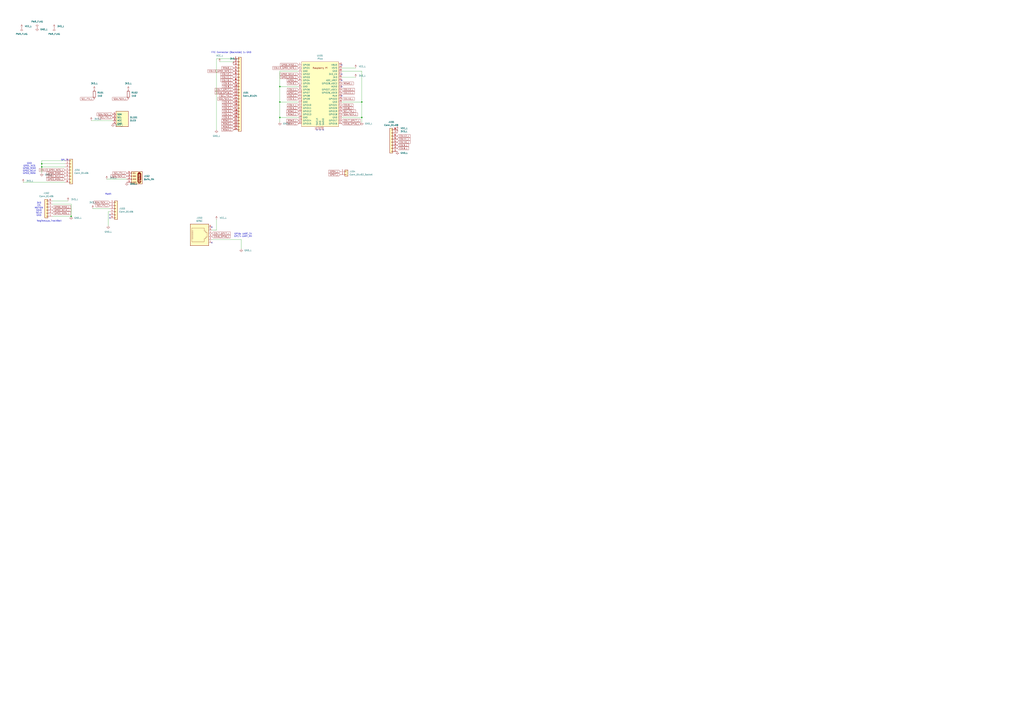
<source format=kicad_sch>
(kicad_sch (version 20250114) (generator "eeschema") (generator_version "9.0")
  (paper "A1")
  (lib_symbols
    (symbol "BrownSugar_KBD:OLED" (pin_names (offset 1.016))
      (property "Reference" "OL" (at 0 7.62 0))
      (property "Value" "OLED" (at 0 -7.62 0))
      (symbol "OLED_0_1"
        (rectangle (start -5.08 6.35) (end 5.08 -6.35) (stroke (width 0.254)) (fill (type background)))
      )
      (symbol "OLED_1_1"
        (pin bidirectional line (at -7.62 3.81 0) (length 2.54) (name "SDA") (number "1"))
        (pin bidirectional line (at -7.62 1.27 0) (length 2.54) (name "SCL") (number "2"))
        (pin power_in line (at -7.62 -1.27 0) (length 2.54) (name "VCC") (number "3"))
        (pin power_in line (at -7.62 -3.81 0) (length 2.54) (name "GND") (number "4"))
      )
    )
    (symbol "Connector:6P6C" (pin_names (offset 1.016))
      (property "Reference" "J" (at -5.08 11.43 0))
      (property "Value" "6P6C" (at 2.54 11.43 0))
      (symbol "6P6C_0_1"
        (polyline (pts (xy -6.35 3.175) (xy -5.08 3.175) (xy -5.08 3.175)))
        (polyline (pts (xy -6.35 1.905) (xy -5.08 1.905) (xy -5.08 1.905)))
        (polyline (pts (xy -6.35 0.635) (xy -5.08 0.635) (xy -5.08 0.635)))
        (polyline (pts (xy -6.35 -0.635) (xy -5.08 -0.635) (xy -5.08 -0.635)))
        (polyline (pts (xy -6.35 -1.905) (xy -5.08 -1.905) (xy -5.08 -1.905)))
        (polyline (pts (xy -6.35 -4.445) (xy -6.35 6.985) (xy 3.81 6.985) (xy 3.81 4.445) (xy 5.08 4.445) (xy 5.08 3.175) (xy 6.35 3.175) (xy 6.35 -0.635) (xy 5.08 -0.635) (xy 5.08 -1.905) (xy 3.81 -1.905) (xy 3.81 -4.445) (xy -6.35 -4.445) (xy -6.35 -4.445)))
        (polyline (pts (xy -5.08 4.445) (xy -6.35 4.445) (xy -6.35 4.445)))
        (rectangle (start 7.62 10.16) (end -7.62 -7.62) (stroke (width 0.254)) (fill (type background)))
      )
      (symbol "6P6C_1_1"
        (pin passive line (at 10.16 7.62 180) (length 2.54) (name "~") (number "6"))
        (pin passive line (at 10.16 5.08 180) (length 2.54) (name "~") (number "5"))
        (pin passive line (at 10.16 2.54 180) (length 2.54) (name "~") (number "4"))
        (pin passive line (at 10.16 0 180) (length 2.54) (name "~") (number "3"))
        (pin passive line (at 10.16 -2.54 180) (length 2.54) (name "~") (number "2"))
        (pin passive line (at 10.16 -5.08 180) (length 2.54) (name "~") (number "1"))
      )
    )
    (symbol "Connector_Generic:Conn_01x02" (pin_names (offset 1.016) (hide yes))
      (property "Reference" "J" (at 0 2.54 0))
      (property "Value" "Conn_01x02" (at 0 -5.08 0))
      (symbol "Conn_01x02_1_1"
        (rectangle (start -1.27 1.27) (end 1.27 -3.81) (stroke (width 0.254)) (fill (type background)))
        (rectangle (start -1.27 0.127) (end 0 -0.127) (stroke (width 0.1524)))
        (rectangle (start -1.27 -2.413) (end 0 -2.667) (stroke (width 0.1524)))
        (pin passive line (at -5.08 0 0) (length 3.81) (name "Pin_1") (number "1"))
        (pin passive line (at -5.08 -2.54 0) (length 3.81) (name "Pin_2") (number "2"))
      )
    )
    (symbol "Connector_Generic:Conn_01x06" (pin_names (offset 1.016) (hide yes))
      (property "Reference" "J" (at 0 7.62 0))
      (property "Value" "Conn_01x06" (at 0 -10.16 0))
      (symbol "Conn_01x06_1_1"
        (rectangle (start -1.27 6.35) (end 1.27 -8.89) (stroke (width 0.254)) (fill (type background)))
        (rectangle (start -1.27 5.207) (end 0 4.953) (stroke (width 0.1524)))
        (rectangle (start -1.27 2.667) (end 0 2.413) (stroke (width 0.1524)))
        (rectangle (start -1.27 0.127) (end 0 -0.127) (stroke (width 0.1524)))
        (rectangle (start -1.27 -2.413) (end 0 -2.667) (stroke (width 0.1524)))
        (rectangle (start -1.27 -4.953) (end 0 -5.207) (stroke (width 0.1524)))
        (rectangle (start -1.27 -7.493) (end 0 -7.747) (stroke (width 0.1524)))
        (pin passive line (at -5.08 5.08 0) (length 3.81) (name "Pin_1") (number "1"))
        (pin passive line (at -5.08 2.54 0) (length 3.81) (name "Pin_2") (number "2"))
        (pin passive line (at -5.08 0 0) (length 3.81) (name "Pin_3") (number "3"))
        (pin passive line (at -5.08 -2.54 0) (length 3.81) (name "Pin_4") (number "4"))
        (pin passive line (at -5.08 -5.08 0) (length 3.81) (name "Pin_5") (number "5"))
        (pin passive line (at -5.08 -7.62 0) (length 3.81) (name "Pin_6") (number "6"))
      )
    )
    (symbol "Connector_Generic:Conn_01x08" (pin_names (offset 1.016) (hide yes))
      (property "Reference" "J" (at 0 10.16 0))
      (property "Value" "Conn_01x08" (at 0 -12.7 0))
      (symbol "Conn_01x08_1_1"
        (rectangle (start -1.27 8.89) (end 1.27 -11.43) (stroke (width 0.254)) (fill (type background)))
        (rectangle (start -1.27 7.747) (end 0 7.493) (stroke (width 0.1524)))
        (rectangle (start -1.27 5.207) (end 0 4.953) (stroke (width 0.1524)))
        (rectangle (start -1.27 2.667) (end 0 2.413) (stroke (width 0.1524)))
        (rectangle (start -1.27 0.127) (end 0 -0.127) (stroke (width 0.1524)))
        (rectangle (start -1.27 -2.413) (end 0 -2.667) (stroke (width 0.1524)))
        (rectangle (start -1.27 -4.953) (end 0 -5.207) (stroke (width 0.1524)))
        (rectangle (start -1.27 -7.493) (end 0 -7.747) (stroke (width 0.1524)))
        (rectangle (start -1.27 -10.033) (end 0 -10.287) (stroke (width 0.1524)))
        (pin passive line (at -5.08 7.62 0) (length 3.81) (name "Pin_1") (number "1"))
        (pin passive line (at -5.08 5.08 0) (length 3.81) (name "Pin_2") (number "2"))
        (pin passive line (at -5.08 2.54 0) (length 3.81) (name "Pin_3") (number "3"))
        (pin passive line (at -5.08 0 0) (length 3.81) (name "Pin_4") (number "4"))
        (pin passive line (at -5.08 -2.54 0) (length 3.81) (name "Pin_5") (number "5"))
        (pin passive line (at -5.08 -5.08 0) (length 3.81) (name "Pin_6") (number "6"))
        (pin passive line (at -5.08 -7.62 0) (length 3.81) (name "Pin_7") (number "7"))
        (pin passive line (at -5.08 -10.16 0) (length 3.81) (name "Pin_8") (number "8"))
      )
    )
    (symbol "Connector_Generic:Conn_01x24" (pin_names (offset 1.016) (hide yes))
      (property "Reference" "J" (at 0 30.48 0))
      (property "Value" "Conn_01x24" (at 0 -33.02 0))
      (symbol "Conn_01x24_1_1"
        (rectangle (start -1.27 29.21) (end 1.27 -31.75) (stroke (width 0.254)) (fill (type background)))
        (rectangle (start -1.27 28.067) (end 0 27.813) (stroke (width 0.1524)))
        (rectangle (start -1.27 25.527) (end 0 25.273) (stroke (width 0.1524)))
        (rectangle (start -1.27 22.987) (end 0 22.733) (stroke (width 0.1524)))
        (rectangle (start -1.27 20.447) (end 0 20.193) (stroke (width 0.1524)))
        (rectangle (start -1.27 17.907) (end 0 17.653) (stroke (width 0.1524)))
        (rectangle (start -1.27 15.367) (end 0 15.113) (stroke (width 0.1524)))
        (rectangle (start -1.27 12.827) (end 0 12.573) (stroke (width 0.1524)))
        (rectangle (start -1.27 10.287) (end 0 10.033) (stroke (width 0.1524)))
        (rectangle (start -1.27 7.747) (end 0 7.493) (stroke (width 0.1524)))
        (rectangle (start -1.27 5.207) (end 0 4.953) (stroke (width 0.1524)))
        (rectangle (start -1.27 2.667) (end 0 2.413) (stroke (width 0.1524)))
        (rectangle (start -1.27 0.127) (end 0 -0.127) (stroke (width 0.1524)))
        (rectangle (start -1.27 -2.413) (end 0 -2.667) (stroke (width 0.1524)))
        (rectangle (start -1.27 -4.953) (end 0 -5.207) (stroke (width 0.1524)))
        (rectangle (start -1.27 -7.493) (end 0 -7.747) (stroke (width 0.1524)))
        (rectangle (start -1.27 -10.033) (end 0 -10.287) (stroke (width 0.1524)))
        (rectangle (start -1.27 -12.573) (end 0 -12.827) (stroke (width 0.1524)))
        (rectangle (start -1.27 -15.113) (end 0 -15.367) (stroke (width 0.1524)))
        (rectangle (start -1.27 -17.653) (end 0 -17.907) (stroke (width 0.1524)))
        (rectangle (start -1.27 -20.193) (end 0 -20.447) (stroke (width 0.1524)))
        (rectangle (start -1.27 -22.733) (end 0 -22.987) (stroke (width 0.1524)))
        (rectangle (start -1.27 -25.273) (end 0 -25.527) (stroke (width 0.1524)))
        (rectangle (start -1.27 -27.813) (end 0 -28.067) (stroke (width 0.1524)))
        (rectangle (start -1.27 -30.353) (end 0 -30.607) (stroke (width 0.1524)))
        (pin passive line (at -5.08 27.94 0) (length 3.81) (name "Pin_1") (number "1"))
        (pin passive line (at -5.08 25.4 0) (length 3.81) (name "Pin_2") (number "2"))
        (pin passive line (at -5.08 22.86 0) (length 3.81) (name "Pin_3") (number "3"))
        (pin passive line (at -5.08 20.32 0) (length 3.81) (name "Pin_4") (number "4"))
        (pin passive line (at -5.08 17.78 0) (length 3.81) (name "Pin_5") (number "5"))
        (pin passive line (at -5.08 15.24 0) (length 3.81) (name "Pin_6") (number "6"))
        (pin passive line (at -5.08 12.7 0) (length 3.81) (name "Pin_7") (number "7"))
        (pin passive line (at -5.08 10.16 0) (length 3.81) (name "Pin_8") (number "8"))
        (pin passive line (at -5.08 7.62 0) (length 3.81) (name "Pin_9") (number "9"))
        (pin passive line (at -5.08 5.08 0) (length 3.81) (name "Pin_10") (number "10"))
        (pin passive line (at -5.08 2.54 0) (length 3.81) (name "Pin_11") (number "11"))
        (pin passive line (at -5.08 0 0) (length 3.81) (name "Pin_12") (number "12"))
        (pin passive line (at -5.08 -2.54 0) (length 3.81) (name "Pin_13") (number "13"))
        (pin passive line (at -5.08 -5.08 0) (length 3.81) (name "Pin_14") (number "14"))
        (pin passive line (at -5.08 -7.62 0) (length 3.81) (name "Pin_15") (number "15"))
        (pin passive line (at -5.08 -10.16 0) (length 3.81) (name "Pin_16") (number "16"))
        (pin passive line (at -5.08 -12.7 0) (length 3.81) (name "Pin_17") (number "17"))
        (pin passive line (at -5.08 -15.24 0) (length 3.81) (name "Pin_18") (number "18"))
        (pin passive line (at -5.08 -17.78 0) (length 3.81) (name "Pin_19") (number "19"))
        (pin passive line (at -5.08 -20.32 0) (length 3.81) (name "Pin_20") (number "20"))
        (pin passive line (at -5.08 -22.86 0) (length 3.81) (name "Pin_21") (number "21"))
        (pin passive line (at -5.08 -25.4 0) (length 3.81) (name "Pin_22") (number "22"))
        (pin passive line (at -5.08 -27.94 0) (length 3.81) (name "Pin_23") (number "23"))
        (pin passive line (at -5.08 -30.48 0) (length 3.81) (name "Pin_24") (number "24"))
      )
    )
    (symbol "Device:R" (pin_numbers (hide yes)) (pin_names (offset 0))
      (property "Reference" "R" (at 2.032 0 90))
      (property "Value" "R" (at 0 0 90))
      (symbol "R_0_1"
        (rectangle (start -1.016 -2.54) (end 1.016 2.54) (stroke (width 0.254)))
      )
      (symbol "R_1_1"
        (pin passive line (at 0 3.81 270) (length 1.27) (name "~") (number "1"))
        (pin passive line (at 0 -3.81 90) (length 1.27) (name "~") (number "2"))
      )
    )
    (symbol "RPi_Pico:Pico" (pin_names (offset 1.016))
      (property "Reference" "U" (at -13.97 27.94 0))
      (property "Value" "Pico" (at 0 19.05 0))
      (symbol "Pico_0_0"
        (text "Raspberry Pi" (at 0 21.59 0) (effects (font (size 1.27 1.27))))
      )
      (symbol "Pico_0_1"
        (rectangle (start -15.24 26.67) (end 15.24 -26.67) (fill (type background)))
      )
      (symbol "Pico_1_1"
        (pin bidirectional line (at -17.78 24.13 0) (length 2.54) (name "GPIO0") (number "1"))
        (pin bidirectional line (at -17.78 21.59 0) (length 2.54) (name "GPIO1") (number "2"))
        (pin power_in line (at -17.78 19.05 0) (length 2.54) (name "GND") (number "3"))
        (pin bidirectional line (at -17.78 16.51 0) (length 2.54) (name "GPIO2") (number "4"))
        (pin bidirectional line (at -17.78 13.97 0) (length 2.54) (name "GPIO3") (number "5"))
        (pin bidirectional line (at -17.78 11.43 0) (length 2.54) (name "GPIO4") (number "6"))
        (pin bidirectional line (at -17.78 8.89 0) (length 2.54) (name "GPIO5") (number "7"))
        (pin power_in line (at -17.78 6.35 0) (length 2.54) (name "GND") (number "8"))
        (pin bidirectional line (at -17.78 3.81 0) (length 2.54) (name "GPIO6") (number "9"))
        (pin bidirectional line (at -17.78 1.27 0) (length 2.54) (name "GPIO7") (number "10"))
        (pin bidirectional line (at -17.78 -1.27 0) (length 2.54) (name "GPIO8") (number "11"))
        (pin bidirectional line (at -17.78 -3.81 0) (length 2.54) (name "GPIO9") (number "12"))
        (pin power_in line (at -17.78 -6.35 0) (length 2.54) (name "GND") (number "13"))
        (pin bidirectional line (at -17.78 -8.89 0) (length 2.54) (name "GPIO10") (number "14"))
        (pin bidirectional line (at -17.78 -11.43 0) (length 2.54) (name "GPIO11") (number "15"))
        (pin bidirectional line (at -17.78 -13.97 0) (length 2.54) (name "GPIO12") (number "16"))
        (pin bidirectional line (at -17.78 -16.51 0) (length 2.54) (name "GPIO13") (number "17"))
        (pin power_in line (at -17.78 -19.05 0) (length 2.54) (name "GND") (number "18"))
        (pin bidirectional line (at -17.78 -21.59 0) (length 2.54) (name "GPIO14") (number "19"))
        (pin bidirectional line (at -17.78 -24.13 0) (length 2.54) (name "GPIO15") (number "20"))
        (pin input line (at -2.54 -29.21 90) (length 2.54) (name "SWCLK") (number "41"))
        (pin power_in line (at 0 -29.21 90) (length 2.54) (name "GND") (number "42"))
        (pin bidirectional line (at 2.54 -29.21 90) (length 2.54) (name "SWDIO") (number "43"))
        (pin unspecified line (at 17.78 24.13 180) (length 2.54) (name "VBUS") (number "40"))
        (pin unspecified line (at 17.78 21.59 180) (length 2.54) (name "VSYS") (number "39"))
        (pin bidirectional line (at 17.78 19.05 180) (length 2.54) (name "GND") (number "38"))
        (pin input line (at 17.78 16.51 180) (length 2.54) (name "3V3_EN") (number "37"))
        (pin unspecified line (at 17.78 13.97 180) (length 2.54) (name "3V3") (number "36"))
        (pin unspecified line (at 17.78 11.43 180) (length 2.54) (name "ADC_VREF") (number "35"))
        (pin bidirectional line (at 17.78 8.89 180) (length 2.54) (name "GPIO28_ADC2") (number "34"))
        (pin power_in line (at 17.78 6.35 180) (length 2.54) (name "AGND") (number "33"))
        (pin bidirectional line (at 17.78 3.81 180) (length 2.54) (name "GPIO27_ADC1") (number "32"))
        (pin bidirectional line (at 17.78 1.27 180) (length 2.54) (name "GPIO26_ADC0") (number "31"))
        (pin input line (at 17.78 -1.27 180) (length 2.54) (name "RUN") (number "30"))
        (pin bidirectional line (at 17.78 -3.81 180) (length 2.54) (name "GPIO22") (number "29"))
        (pin power_in line (at 17.78 -6.35 180) (length 2.54) (name "GND") (number "28"))
        (pin bidirectional line (at 17.78 -8.89 180) (length 2.54) (name "GPIO21") (number "27"))
        (pin bidirectional line (at 17.78 -11.43 180) (length 2.54) (name "GPIO20") (number "26"))
        (pin bidirectional line (at 17.78 -13.97 180) (length 2.54) (name "GPIO19") (number "25"))
        (pin bidirectional line (at 17.78 -16.51 180) (length 2.54) (name "GPIO18") (number "24"))
        (pin power_in line (at 17.78 -19.05 180) (length 2.54) (name "GND") (number "23"))
        (pin bidirectional line (at 17.78 -21.59 180) (length 2.54) (name "GPIO17") (number "22"))
        (pin bidirectional line (at 17.78 -24.13 180) (length 2.54) (name "GPIO16") (number "21"))
      )
    )
    (symbol "SparkFun-Connector:Qwiic_Right_Angle" (pin_names (offset 1.016) (hide yes))
      (property "Reference" "J" (at 0 5.08 0))
      (property "Value" "Qwiic_RA" (at 0 -7.62 0))
      (symbol "Qwiic_Right_Angle_0_0"
        (polyline (pts (xy 5.6514 -4.1459) (xy 5.6299 -4.0654) (xy 5.5924 -3.9985) (xy 5.5373 -3.9428) (xy 5.4632 -3.8962) (xy 5.4394 -3.8843) (xy 5.402 -3.8678) (xy 5.3681 -3.8578) (xy 5.3294 -3.8521) (xy 5.2774 -3.8485) (xy 5.2184 -3.8474) (xy 5.1227 -3.8564) (xy 5.0405 -3.8803) (xy 4.9695 -3.9199) (xy 4.9078 -3.9759) (xy 4.8937 -3.9923) (xy 4.8535 -4.0549) (xy 4.8308 -4.124) (xy 4.8237 -4.2048) (xy 4.8239 -4.222) (xy 4.8343 -4.3011) (xy 4.8608 -4.3692) (xy 4.9051 -4.4308) (xy 4.9328 -4.4589) (xy 5.0009 -4.509) (xy 5.0793 -4.5424) (xy 5.1699 -4.5595) (xy 5.2745 -4.5612) (xy 5.3262 -4.5564) (xy 5.4199 -4.5347) (xy 5.4992 -4.4971) (xy 5.5638 -4.444) (xy 5.6131 -4.3757) (xy 5.6467 -4.2926) (xy 5.65 -4.2788) (xy 5.656 -4.2325) (xy 5.6563 -4.1875) (xy 5.6514 -4.1459)) (stroke (width 0.01)) (fill (type outline)))
        (polyline (pts (xy 6.6693 -0.6791) (xy 6.666 1.9332) (xy 6.6418 2.0386) (xy 6.6301 2.0866) (xy 6.5791 2.2527) (xy 6.5141 2.404) (xy 6.4337 2.5432) (xy 6.3364 2.673) (xy 6.2208 2.7959) (xy 6.1699 2.8428) (xy 6.0305 2.9527) (xy 5.8839 3.0422) (xy 5.7295 3.1115) (xy 5.5668 3.1608) (xy 5.3953 3.1902) (xy 5.2146 3.1999) (xy 5.1695 3.1994) (xy 5.0056 3.1868) (xy 4.8507 3.1568) (xy 4.7006 3.1083) (xy 4.5508 3.0404) (xy 4.5104 3.0187) (xy 4.3609 2.9237) (xy 4.2262 2.8129) (xy 4.1067 2.6872) (xy 4.0032 2.5475) (xy 3.9162 2.3947) (xy 3.8466 2.2295) (xy 3.7947 2.0528) (xy 3.7931 2.0453) (xy 3.7912 2.0356) (xy 3.7895 2.0242) (xy 3.7879 2.0106) (xy 3.7864 1.9938) (xy 3.785 1.9733) (xy 3.7837 1.9481) (xy 3.7825 1.9176) (xy 3.7815 1.8811) (xy 3.7805 1.8377) (xy 3.7796 1.7868) (xy 3.7789 1.7275) (xy 3.7781 1.6592) (xy 3.7775 1.5811) (xy 3.777 1.4925) (xy 3.7765 1.3925) (xy 3.7761 1.2805) (xy 3.7757 1.1557) (xy 3.7754 1.0174) (xy 3.7751 0.8648) (xy 3.7749 0.6972) (xy 3.7748 0.5138) (xy 3.7746 0.3139) (xy 3.7745 0.0967) (xy 3.7745 -0.1385) (xy 3.7744 -0.3925) (xy 3.7744 -0.666) (xy 3.7744 -0.9597) (xy 3.7744 -1.2744) (xy 3.7744 -4.5147) (xy 3.8041 -4.6318) (xy 3.8237 -4.7026) (xy 3.8837 -4.868) (xy 3.9606 -5.0206) (xy 4.0556 -5.1623) (xy 4.1695 -5.2947) (xy 4.2945 -5.4115) (xy 4.4355 -5.5159) (xy 4.5859 -5.6007) (xy 4.7459 -5.6661) (xy 4.916 -5.7122) (xy 5.0965 -5.7394) (xy 5.2571 -5.7442) (xy 5.4226 -5.7293) (xy 5.5891 -5.6949) (xy 5.7533 -5.6416) (xy 5.8236 -5.6121) (xy 5.9729 -5.5329) (xy 6.1112 -5.4365) (xy 6.237 -5.3244) (xy 6.3494 -5.1984) (xy 6.4469 -5.0601) (xy 6.5284 -4.9112) (xy 6.5926 -4.7532) (xy 6.6384 -4.5879) (xy 6.6645 -4.4168) (xy 6.6652 -4.405) (xy 6.6664 -4.3703) (xy 6.6676 -4.3199) (xy 6.6687 -4.2572) (xy 6.6696 -4.1859) (xy 6.6703 -4.1097) (xy 6.6721 -3.846) (xy 6.2655 -3.846) (xy 5.8589 -3.846) (xy 5.9219 -3.9104) (xy 5.9349 -3.9241) (xy 6.0001 -4.0112) (xy 6.0471 -4.1097) (xy 6.0754 -4.2189) (xy 6.085 -4.338) (xy 6.0781 -4.4509) (xy 6.0523 -4.5755) (xy 6.0066 -4.6941) (xy 5.952 -4.7864) (xy 5.8765 -4.8752) (xy 5.7858 -4.9517) (xy 5.6826 -5.0132) (xy 5.6313 -5.0372) (xy 5.5644 -5.0638) (xy 5.4981 -5.0834) (xy 5.4249 -5.0981) (xy 5.3375 -5.1098) (xy 5.2452 -5.1158) (xy 5.122 -5.1113) (xy 5.0004 -5.0938) (xy 4.8864 -5.0641) (xy 4.7856 -5.0232) (xy 4.6831 -4.9619) (xy 4.5878 -4.8817) (xy 4.5089 -4.7878) (xy 4.4472 -4.6811) (xy 4.4036 -4.5627) (xy 4.4031 -4.5611) (xy 4.3912 -4.4987) (xy 4.3845 -4.4244) (xy 4.3831 -4.3446) (xy 4.3869 -4.2661) (xy 4.3957 -4.1956) (xy 4.4094 -4.1396) (xy 4.4322 -4.082) (xy 4.485 -3.9879) (xy 4.5552 -3.9031) (xy 4.6109 -3.846) (xy 4.5052 -3.846) (xy 4.3996 -3.846) (xy 4.3996 -3.5687) (xy 4.3996 -3.2914) (xy 4.405 -3.2914) (xy 4.405 -3.2023) (xy 4.4021 -2.9296) (xy 4.4018 -2.8964) (xy 4.4015 -2.8076) (xy 4.4023 -2.7393) (xy 4.4041 -2.6908) (xy 4.407 -2.6611) (xy 4.4111 -2.6495) (xy 4.4137 -2.6484) (xy 4.434 -2.6418) (xy 4.4723 -2.6298) (xy 4.5268 -2.6132) (xy 4.5954 -2.5924) (xy 4.6761 -2.5683) (xy 4.767 -2.5412) (xy 4.866 -2.5118) (xy 4.9713 -2.4808) (xy 5.0173 -2.4672) (xy 5.119 -2.4369) (xy 5.2131 -2.4086) (xy 5.2977 -2.3828) (xy 5.3709 -2.3601) (xy 5.4307 -2.3411) (xy 5.4753 -2.3264) (xy 5.5029 -2.3166) (xy 5.5114 -2.3123) (xy 5.505 -2.3098) (xy 5.4796 -2.3016) (xy 5.4371 -2.2885) (xy 5.3794 -2.2711) (xy 5.3088 -2.2502) (xy 5.2275 -2.2264) (xy 5.1375 -2.2002) (xy 5.0411 -2.1724) (xy 4.9851 -2.1562) (xy 4.8864 -2.1278) (xy 4.7926 -2.1007) (xy 4.7062 -2.0757) (xy 4.63 -2.0536) (xy 4.5666 -2.0351) (xy 4.5187 -2.0211) (xy 4.4891 -2.0123) (xy 4.3992 -1.9852) (xy 4.4021 -1.7229) (xy 4.405 -1.4606) (xy 4.5844 -1.4084) (xy 4.6163 -1.3992) (xy 4.7739 -1.3533) (xy 4.9121 -1.3131) (xy 5.0321 -1.278) (xy 5.1352 -1.2478) (xy 5.2224 -1.2221) (xy 5.2951 -1.2004) (xy 5.3545 -1.1824) (xy 5.4018 -1.1676) (xy 5.4382 -1.1558) (xy 5.465 -1.1465) (xy 5.4834 -1.1392) (xy 5.4945 -1.1338) (xy 5.4997 -1.1296) (xy 5.5001 -1.1264) (xy 5.497 -1.1238) (xy 5.4915 -1.1214) (xy 5.4896 -1.1207) (xy 5.4687 -1.114) (xy 5.4296 -1.1019) (xy 5.3743 -1.0851) (xy 5.3049 -1.0643) (xy 5.2237 -1.04) (xy 5.1326 -1.013) (xy 5.0339 -0.9838) (xy 4.9297 -0.9531) (xy 4.3996 -0.7973) (xy 4.3996 -0.533) (xy 4.3997 -0.479) (xy 4.4004 -0.4111) (xy 4.4015 -0.3532) (xy 4.4029 -0.3082) (xy 4.4047 -0.279) (xy 4.4066 -0.2687) (xy 4.409 -0.2694) (xy 4.4284 -0.2761) (xy 4.4661 -0.2895) (xy 4.5204 -0.309) (xy 4.5899 -0.3341) (xy 4.6729 -0.3642) (xy 4.7681 -0.3988) (xy 4.8737 -0.4372) (xy 4.9883 -0.479) (xy 5.1104 -0.5236) (xy 5.2384 -0.5703) (xy 6.0632 -0.872) (xy 6.0632 -0.1926) (xy 5.2314 -0.1926) (xy 4.3996 -0.1926) (xy 4.3996 0.0793) (xy 4.3996 0.3511) (xy 5.2314 0.3511) (xy 6.0632 0.3511) (xy 6.0632 0.4598) (xy 5.2314 0.4598) (xy 4.3996 0.4598) (xy 4.3996 0.7317) (xy 4.3996 1.0035) (xy 5.2314 1.0035) (xy 5.2368 1.0035) (xy 5.2368 1.1177) (xy 5.1465 1.1192) (xy 5.0667 1.1248) (xy 4.9975 1.1357) (xy 4.9332 1.1532) (xy 4.8683 1.1784) (xy 4.7971 1.2126) (xy 4.7662 1.2298) (xy 4.6808 1.2903) (xy 4.6008 1.3651) (xy 4.5314 1.4489) (xy 4.4781 1.5363) (xy 4.4686 1.5557) (xy 4.4306 1.6462) (xy 4.4052 1.7353) (xy 4.3905 1.8304) (xy 4.385 1.9386) (xy 4.3833 2.0745) (xy 4.6089 2.0775) (xy 4.8345 2.0804) (xy 4.8348 1.9959) (xy 4.8368 1.9483) (xy 4.8488 1.8858) (xy 4.8738 1.8316) (xy 4.9144 1.7788) (xy 4.9734 1.7289) (xy 5.0458 1.6921) (xy 5.1277 1.6689) (xy 5.215 1.6593) (xy 5.3038 1.6635) (xy 5.3902 1.6815) (xy 5.4702 1.7136) (xy 5.54 1.7597) (xy 5.5733 1.7923) (xy 5.6073 1.844) (xy 5.628 1.9066) (xy 5.6372 1.9843) (xy 5.6418 2.0804) (xy 5.8607 2.0775) (xy 6.0795 2.0745) (xy 6.0811 1.9712) (xy 6.0811 1.9207) (xy 6.0739 1.8134) (xy 6.0554 1.7157) (xy 6.024 1.6204) (xy 5.9781 1.5204) (xy 5.9341 1.4457) (xy 5.8571 1.3499) (xy 5.7651 1.2695) (xy 5.6591 1.2056) (xy 5.6251 1.1892) (xy 5.5646 1.1627) (xy 5.5097 1.1435) (xy 5.4549 1.1305) (xy 5.3948 1.1226) (xy 5.3239 1.1188) (xy 5.2368 1.1177) (xy 5.2368 1.0035) (xy 6.0632 1.0035) (xy 6.0632 0.7317) (xy 6.0632 0.4598) (xy 6.0632 0.3511) (xy 6.0632 0.0793) (xy 6.0632 -0.1926) (xy 6.0632 -0.872) (xy 6.0632 -1.1439) (xy 6.0632 -1.4158) (xy 5.552 -1.5728) (xy 5.5357 -1.5778) (xy 5.4361 -1.6086) (xy 5.3436 -1.6376) (xy 5.2603 -1.6641) (xy 5.1881 -1.6874) (xy 5.129 -1.707) (xy 5.0848 -1.7222) (xy 5.0575 -1.7324) (xy 5.0491 -1.7369) (xy 5.0493 -1.737) (xy 5.0624 -1.742) (xy 5.094 -1.7527) (xy 5.1423 -1.7684) (xy 5.2051 -1.7886) (xy 5.2803 -1.8124) (xy 5.3659 -1.8394) (xy 5.46 -1.8688) (xy 5.5603 -1.9) (xy 6.0632 -2.0559) (xy 6.063 -2.3284) (xy 6.0628 -2.601) (xy 5.2339 -2.9017) (xy 4.405 -3.2023) (xy 4.405 -3.2914) (xy 5.5361 -3.2914) (xy 6.6725 -3.2914) (xy 6.6693 -0.6791)) (stroke (width 0.01)) (fill (type outline)))
      )
      (symbol "Qwiic_Right_Angle_1_1"
        (rectangle (start -1.27 3.81) (end 7.62 -6.35) (stroke (width 0.254)) (fill (type background)))
        (rectangle (start -1.27 2.667) (end -0.508 2.413) (stroke (width 0.1524)))
        (rectangle (start -1.27 0.127) (end -0.508 -0.127) (stroke (width 0.1524)))
        (rectangle (start -1.27 -2.413) (end -0.508 -2.667) (stroke (width 0.1524)))
        (rectangle (start -1.27 -4.953) (end -0.508 -5.207) (stroke (width 0.1524)))
        (text "SCL" (at 1.27 2.54 0) (effects (font (size 1 1))))
        (text "SDA" (at 1.27 0 0) (effects (font (size 1 1))))
        (text "3V3" (at 1.27 -2.54 0) (effects (font (size 1 1))))
        (text "GND" (at 1.27 -5.08 0) (effects (font (size 1 1))))
        (pin passive line (at -5.08 2.54 0) (length 3.81) (name "Pin_4") (number "4"))
        (pin passive line (at -5.08 0 0) (length 3.81) (name "Pin_3") (number "3"))
        (pin passive line (at -5.08 -2.54 0) (length 3.81) (name "Pin_2") (number "2"))
        (pin passive line (at -5.08 -5.08 0) (length 3.81) (name "Pin_1") (number "1"))
        (pin no_connect line (at 5.08 3.81 270) (length 2.54) (hide yes) (name "NC") (number "NC1"))
        (pin no_connect line (at 6.35 3.81 270) (length 2.54) (hide yes) (name "NC") (number "NC2"))
      )
    )
    (symbol "power:GND" (power) (pin_numbers (hide yes)) (pin_names (offset 0) (hide yes))
      (property "Value" "GND" (at 0 -3.81 0))
      (symbol "GND_0_1"
        (polyline (pts (xy 0 0) (xy 0 -1.27) (xy 1.27 -1.27) (xy 0 -2.54) (xy -1.27 -1.27) (xy 0 -1.27)))
      )
      (symbol "GND_1_1"
        (pin power_in line (at 0 0 270) (length 0) (name "~") (number "1"))
      )
    )
    (symbol "power:PWR_FLAG" (power) (pin_numbers (hide yes)) (pin_names (offset 0) (hide yes))
      (property "Value" "PWR_FLAG" (at 0 3.81 0))
      (symbol "PWR_FLAG_0_0"
        (pin power_out line (at 0 0 90) (length 0) (name "~") (number "1"))
      )
      (symbol "PWR_FLAG_0_1"
        (polyline (pts (xy 0 0) (xy 0 1.27) (xy -1.016 1.905) (xy 0 2.54) (xy 1.016 1.905) (xy 0 1.27)))
      )
    )
    (symbol "power:VCC" (power) (pin_numbers (hide yes)) (pin_names (offset 0) (hide yes))
      (property "Value" "VCC" (at 0 3.556 0))
      (symbol "VCC_0_1"
        (polyline (pts (xy -0.762 1.27) (xy 0 2.54)))
        (polyline (pts (xy 0 2.54) (xy 0.762 1.27)))
        (polyline (pts (xy 0 0) (xy 0 2.54)))
      )
      (symbol "VCC_1_1"
        (pin power_in line (at 0 0 90) (length 0) (name "~") (number "1"))
      )
    )
  )
  (text "GND\nGP01_NCS\nGP00_MISO\nGP02_SCLK\nGP03_MOSI" (at 24.13 138.43 0) (effects (font (size 1.27 1.27))))
  (text "FFC Connector (Backside) １: GND" (at 189.992 43.18 0) (effects (font (size 1.27 1.27))))
  (text "SPI_TH" (at 53.34 131.572 0) (effects (font (size 1.27 1.27))))
  (text "GP16: UART_TX\nGP17: UART_RX" (at 199.644 193.294 0) (effects (font (size 1.27 1.27))))
  (text "Nogikesuya_TrackBall\n" (at 40.386 181.61 0) (effects (font (size 1.27 1.27))))
  (text "3V3\nCS\nMOTION\nSDIO\nSCLK\nGND" (at 32.004 171.958 0) (effects (font (size 1.27 1.27))))
  (text "Rabit" (at 88.9 159.512 0) (effects (font (size 1.27 1.27))))
  (junction (at 34.29 137.16))
  (junction (at 58.42 177.8))
  (junction (at 229.87 71.12))
  (junction (at 34.29 134.62))
  (junction (at 229.87 96.52))
  (junction (at 297.18 83.82))
  (junction (at 229.87 83.82))
  (junction (at 297.18 96.52))
  (no_connect (at 260.35 106.68))
  (no_connect (at 173.99 199.39))
  (no_connect (at 90.17 176.53))
  (no_connect (at 280.67 78.74))
  (no_connect (at 90.17 179.07))
  (no_connect (at 262.89 106.68))
  (no_connect (at 173.99 186.69))
  (no_connect (at 280.67 71.12))
  (no_connect (at 265.43 106.68))
  (no_connect (at 280.67 53.34))
  (no_connect (at 280.67 66.04))
  (no_connect (at 280.67 60.96))
  (wire (pts (xy 34.29 134.62) (xy 34.29 137.16)))
  (wire (pts (xy 297.18 83.82) (xy 297.18 96.52)))
  (wire (pts (xy 180.34 50.8) (xy 191.77 50.8)))
  (wire (pts (xy 88.9 185.42) (xy 88.9 173.99)))
  (wire (pts (xy 19.05 149.86) (xy 53.34 149.86)))
  (wire (pts (xy 34.29 132.08) (xy 34.29 134.62)))
  (wire (pts (xy 280.67 83.82) (xy 297.18 83.82)))
  (wire (pts (xy 173.99 196.85) (xy 198.12 196.85)))
  (wire (pts (xy 280.67 58.42) (xy 297.18 58.42)))
  (wire (pts (xy 87.63 147.32) (xy 104.14 147.32)))
  (wire (pts (xy 88.9 173.99) (xy 90.17 173.99)))
  (wire (pts (xy 229.87 83.82) (xy 245.11 83.82)))
  (wire (pts (xy 229.87 83.82) (xy 229.87 96.52)))
  (wire (pts (xy 297.18 100.33) (xy 297.18 96.52)))
  (wire (pts (xy 229.87 71.12) (xy 229.87 83.82)))
  (wire (pts (xy 229.87 96.52) (xy 229.87 100.33)))
  (wire (pts (xy 177.8 189.23) (xy 173.99 189.23)))
  (wire (pts (xy 198.12 196.85) (xy 198.12 204.47)))
  (wire (pts (xy 74.93 99.06) (xy 92.71 99.06)))
  (wire (pts (xy 177.8 48.26) (xy 177.8 106.68)))
  (wire (pts (xy 280.67 96.52) (xy 297.18 96.52)))
  (wire (pts (xy 34.29 137.16) (xy 34.29 142.24)))
  (wire (pts (xy 58.42 177.8) (xy 43.18 177.8)))
  (wire (pts (xy 191.77 48.26) (xy 177.8 48.26)))
  (wire (pts (xy 292.1 55.88) (xy 280.67 55.88)))
  (wire (pts (xy 229.87 58.42) (xy 229.87 71.12)))
  (wire (pts (xy 58.42 167.64) (xy 58.42 177.8)))
  (wire (pts (xy 177.8 180.34) (xy 177.8 189.23)))
  (wire (pts (xy 229.87 96.52) (xy 245.11 96.52)))
  (wire (pts (xy 53.34 132.08) (xy 34.29 132.08)))
  (wire (pts (xy 76.2 171.45) (xy 90.17 171.45)))
  (wire (pts (xy 297.18 58.42) (xy 297.18 83.82)))
  (wire (pts (xy 53.34 134.62) (xy 34.29 134.62)))
  (wire (pts (xy 292.1 63.5) (xy 280.67 63.5)))
  (wire (pts (xy 43.18 165.1) (xy 55.88 165.1)))
  (wire (pts (xy 229.87 71.12) (xy 245.11 71.12)))
  (wire (pts (xy 245.11 58.42) (xy 229.87 58.42)))
  (wire (pts (xy 53.34 137.16) (xy 34.29 137.16)))
  (wire (pts (xy 43.18 167.64) (xy 58.42 167.64)))
  (global_label "COL10_L" (shape input) (at 191.77 66.04 180) (property "Intersheetrefs" "${INTERSHEET_REFS}" (effects (hide yes))))
  (global_label "GP00_MISO_L" (shape input) (at 43.18 170.18 0) (property "Intersheetrefs" "${INTERSHEET_REFS}" (effects (hide yes))))
  (global_label "COL8_L" (shape input) (at 191.77 71.12 180) (property "Intersheetrefs" "${INTERSHEET_REFS}" (effects (hide yes))))
  (global_label "COL7_GP17_L" (shape input) (at 173.99 191.77 0) (property "Intersheetrefs" "${INTERSHEET_REFS}" (effects (hide yes))))
  (global_label "COL11_L" (shape input) (at 326.39 114.3 0) (property "Intersheetrefs" "${INTERSHEET_REFS}" (effects (hide yes))))
  (global_label "COL4_L" (shape input) (at 245.11 86.36 180) (property "Intersheetrefs" "${INTERSHEET_REFS}" (effects (hide yes))))
  (global_label "GP03_MOSI_L" (shape input) (at 43.18 175.26 0) (property "Intersheetrefs" "${INTERSHEET_REFS}" (effects (hide yes))))
  (global_label "ROW3_L" (shape input) (at 245.11 99.06 180) (property "Intersheetrefs" "${INTERSHEET_REFS}" (effects (hide yes))))
  (global_label "ROW4_L" (shape input) (at 245.11 101.6 180) (property "Intersheetrefs" "${INTERSHEET_REFS}" (effects (hide yes))))
  (global_label "COL13_GP01_NCS_L" (shape input) (at 245.11 55.88 180) (property "Intersheetrefs" "${INTERSHEET_REFS}" (effects (hide yes))))
  (global_label "SCL{slash}TX_L" (shape input) (at 77.47 81.28 180) (property "Intersheetrefs" "${INTERSHEET_REFS}" (effects (hide yes))))
  (global_label "COL8_L" (shape input) (at 326.39 121.92 0) (property "Intersheetrefs" "${INTERSHEET_REFS}" (effects (hide yes))))
  (global_label "COL0_L" (shape input) (at 245.11 68.58 180) (property "Intersheetrefs" "${INTERSHEET_REFS}" (effects (hide yes))))
  (global_label "GP00_MISO_L" (shape input) (at 245.11 53.34 180) (property "Intersheetrefs" "${INTERSHEET_REFS}" (effects (hide yes))))
  (global_label "COL7_GP17_L" (shape input) (at 280.67 99.06 0) (property "Intersheetrefs" "${INTERSHEET_REFS}" (effects (hide yes))))
  (global_label "COL13_GP01_NCS_L" (shape input) (at 53.34 139.7 180) (property "Intersheetrefs" "${INTERSHEET_REFS}" (effects (hide yes))))
  (global_label "ROW4_L" (shape input) (at 191.77 106.68 180) (property "Intersheetrefs" "${INTERSHEET_REFS}" (effects (hide yes))))
  (global_label "COL4_L" (shape input) (at 191.77 93.98 180) (property "Intersheetrefs" "${INTERSHEET_REFS}" (effects (hide yes))))
  (global_label "COL0_L" (shape input) (at 191.77 83.82 180) (property "Intersheetrefs" "${INTERSHEET_REFS}" (effects (hide yes))))
  (global_label "COL11_L" (shape input) (at 191.77 63.5 180) (property "Intersheetrefs" "${INTERSHEET_REFS}" (effects (hide yes))))
  (global_label "GP07_L" (shape input) (at 245.11 76.2 180) (property "Intersheetrefs" "${INTERSHEET_REFS}" (effects (hide yes))))
  (global_label "COL6_GP16_L" (shape input) (at 280.67 101.6 0) (property "Intersheetrefs" "${INTERSHEET_REFS}" (effects (hide yes))))
  (global_label "SCL{slash}TX_L" (shape input) (at 90.17 168.91 180) (property "Intersheetrefs" "${INTERSHEET_REFS}" (effects (hide yes))))
  (global_label "SCL{slash}TX_L" (shape input) (at 104.14 142.24 180) (property "Intersheetrefs" "${INTERSHEET_REFS}" (effects (hide yes))))
  (global_label "GP02_SCLK_L" (shape input) (at 245.11 60.96 180) (property "Intersheetrefs" "${INTERSHEET_REFS}" (effects (hide yes))))
  (global_label "GP04_L" (shape input) (at 245.11 66.04 180) (property "Intersheetrefs" "${INTERSHEET_REFS}" (effects (hide yes))))
  (global_label "GP02_SCLK_L" (shape input) (at 43.18 172.72 0) (property "Intersheetrefs" "${INTERSHEET_REFS}" (effects (hide yes))))
  (global_label "COL9_L" (shape input) (at 191.77 68.58 180) (property "Intersheetrefs" "${INTERSHEET_REFS}" (effects (hide yes))))
  (global_label "SDA{slash}SCK_L" (shape input) (at 104.14 144.78 180) (property "Intersheetrefs" "${INTERSHEET_REFS}" (effects (hide yes))))
  (global_label "COL3_L" (shape input) (at 245.11 81.28 180) (property "Intersheetrefs" "${INTERSHEET_REFS}" (effects (hide yes))))
  (global_label "COL6_GP16_L" (shape input) (at 173.99 194.31 0) (property "Intersheetrefs" "${INTERSHEET_REFS}" (effects (hide yes))))
  (global_label "GP03_MOSI_L" (shape input) (at 53.34 147.32 180) (property "Intersheetrefs" "${INTERSHEET_REFS}" (effects (hide yes))))
  (global_label "COL10_L" (shape input) (at 280.67 81.28 0) (property "Intersheetrefs" "${INTERSHEET_REFS}" (effects (hide yes))))
  (global_label "COL10_L" (shape input) (at 326.39 116.84 0) (property "Intersheetrefs" "${INTERSHEET_REFS}" (effects (hide yes))))
  (global_label "SCL{slash}TX_L" (shape input) (at 92.71 96.52 180) (property "Intersheetrefs" "${INTERSHEET_REFS}" (effects (hide yes))))
  (global_label "ROW2_L" (shape input) (at 245.11 93.98 180) (property "Intersheetrefs" "${INTERSHEET_REFS}" (effects (hide yes))))
  (global_label "COL13_GP01_NCS_L" (shape input) (at 191.77 58.42 180) (property "Intersheetrefs" "${INTERSHEET_REFS}" (effects (hide yes))))
  (global_label "ROW2_L" (shape input) (at 191.77 101.6 180) (property "Intersheetrefs" "${INTERSHEET_REFS}" (effects (hide yes))))
  (global_label "COL12_L" (shape input) (at 326.39 111.76 0) (property "Intersheetrefs" "${INTERSHEET_REFS}" (effects (hide yes))))
  (global_label "SDA{slash}SCK_L" (shape input) (at 90.17 166.37 180) (property "Intersheetrefs" "${INTERSHEET_REFS}" (effects (hide yes))))
  (global_label "COL6_GP16_L" (shape input) (at 191.77 76.2 180) (property "Intersheetrefs" "${INTERSHEET_REFS}" (effects (hide yes))))
  (global_label "ROW1_L" (shape input) (at 191.77 99.06 180) (property "Intersheetrefs" "${INTERSHEET_REFS}" (effects (hide yes))))
  (global_label "COL7_GP17_L" (shape input) (at 191.77 73.66 180) (property "Intersheetrefs" "${INTERSHEET_REFS}" (effects (hide yes))))
  (global_label "SDA{slash}SCK_L" (shape input) (at 280.67 93.98 0) (property "Intersheetrefs" "${INTERSHEET_REFS}" (effects (hide yes))))
  (global_label "COL12_L" (shape input) (at 280.67 73.66 0) (property "Intersheetrefs" "${INTERSHEET_REFS}" (effects (hide yes))))
  (global_label "COL9_L" (shape input) (at 326.39 119.38 0) (property "Intersheetrefs" "${INTERSHEET_REFS}" (effects (hide yes))))
  (global_label "COL5_L" (shape input) (at 191.77 96.52 180) (property "Intersheetrefs" "${INTERSHEET_REFS}" (effects (hide yes))))
  (global_label "COL11_L" (shape input) (at 280.67 76.2 0) (property "Intersheetrefs" "${INTERSHEET_REFS}" (effects (hide yes))))
  (global_label "GP07_L" (shape input) (at 279.4 143.51 180) (property "Intersheetrefs" "${INTERSHEET_REFS}" (effects (hide yes))))
  (global_label "ROW1_L" (shape input) (at 245.11 91.44 180) (property "Intersheetrefs" "${INTERSHEET_REFS}" (effects (hide yes))))
  (global_label "COL2_L" (shape input) (at 191.77 88.9 180) (property "Intersheetrefs" "${INTERSHEET_REFS}" (effects (hide yes))))
  (global_label "COL3_L" (shape input) (at 191.77 91.44 180) (property "Intersheetrefs" "${INTERSHEET_REFS}" (effects (hide yes))))
  (global_label "GP04_L" (shape input) (at 279.4 140.97 180) (property "Intersheetrefs" "${INTERSHEET_REFS}" (effects (hide yes))))
  (global_label "COL12_L" (shape input) (at 191.77 60.96 180) (property "Intersheetrefs" "${INTERSHEET_REFS}" (effects (hide yes))))
  (global_label "COL5_L" (shape input) (at 245.11 88.9 180) (property "Intersheetrefs" "${INTERSHEET_REFS}" (effects (hide yes))))
  (global_label "ROW3_L" (shape input) (at 191.77 104.14 180) (property "Intersheetrefs" "${INTERSHEET_REFS}" (effects (hide yes))))
  (global_label "COL2_L" (shape input) (at 245.11 78.74 180) (property "Intersheetrefs" "${INTERSHEET_REFS}" (effects (hide yes))))
  (global_label "ROW0_L" (shape input) (at 280.67 68.58 0) (property "Intersheetrefs" "${INTERSHEET_REFS}" (effects (hide yes))))
  (global_label "GP02_SCLK_L" (shape input) (at 53.34 144.78 180) (property "Intersheetrefs" "${INTERSHEET_REFS}" (effects (hide yes))))
  (global_label "SDA{slash}SCK_L" (shape input) (at 92.71 93.98 180) (property "Intersheetrefs" "${INTERSHEET_REFS}" (effects (hide yes))))
  (global_label "COL8_L" (shape input) (at 280.67 88.9 0) (property "Intersheetrefs" "${INTERSHEET_REFS}" (effects (hide yes))))
  (global_label "ROW0_L" (shape input) (at 191.77 55.88 180) (property "Intersheetrefs" "${INTERSHEET_REFS}" (effects (hide yes))))
  (global_label "COL1_L" (shape input) (at 191.77 86.36 180) (property "Intersheetrefs" "${INTERSHEET_REFS}" (effects (hide yes))))
  (global_label "COL1_L" (shape input) (at 245.11 73.66 180) (property "Intersheetrefs" "${INTERSHEET_REFS}" (effects (hide yes))))
  (global_label "SCL{slash}TX_L" (shape input) (at 191.77 78.74 180) (property "Intersheetrefs" "${INTERSHEET_REFS}" (effects (hide yes))))
  (global_label "SDA{slash}SCK_L" (shape input) (at 191.77 81.28 180) (property "Intersheetrefs" "${INTERSHEET_REFS}" (effects (hide yes))))
  (global_label "SCL{slash}TX_L" (shape input) (at 280.67 91.44 0) (property "Intersheetrefs" "${INTERSHEET_REFS}" (effects (hide yes))))
  (global_label "GP00_MISO_L" (shape input) (at 53.34 142.24 180) (property "Intersheetrefs" "${INTERSHEET_REFS}" (effects (hide yes))))
  (global_label "SDA{slash}SCK_L" (shape input) (at 105.41 81.28 180) (property "Intersheetrefs" "${INTERSHEET_REFS}" (effects (hide yes))))
  (global_label "COL9_L" (shape input) (at 280.67 86.36 0) (property "Intersheetrefs" "${INTERSHEET_REFS}" (effects (hide yes))))
  (global_label "GP03_MOSI_L" (shape input) (at 245.11 63.5 180) (property "Intersheetrefs" "${INTERSHEET_REFS}" (effects (hide yes))))
  (symbol (lib_id "power:GND") (at 297.18 100.33 0) (unit 1)
    (property "Reference" "#PWR010" (effects (hide yes)))
    (property "Value" "GND_L" (at 299.72 101.5999 0) (effects (justify left)))
    (property "Description" "Power symbol creates a global label with name \"GND\" , ground" (effects (hide yes)))
  )
  (symbol (lib_id "Connector_Generic:Conn_01x02") (at 284.48 140.97 0) (unit 1)
    (property "Reference" "J154" (at 287.02 140.9699 0) (effects (justify left)))
    (property "Value" "Conn_01x02_Socket" (at 287.02 143.5099 0) (effects (justify left)))
    (property "Footprint" "Connector_PinHeader_2.54mm:PinHeader_1x02_P2.54mm_Vertical" (effects (hide yes)))
    (property "Description" "Generic connector, single row, 01x02, script generated (kicad-library-utils/schlib/autogen/connector/)" (effects (hide yes)))
  )
  (symbol (lib_id "power:GND") (at 104.14 149.86 0) (unit 1)
    (property "Reference" "#PWR07" (effects (hide yes)))
    (property "Value" "GND_L" (at 106.68 151.1299 0) (effects (justify left)))
    (property "Description" "Power symbol creates a global label with name \"GND\" , ground" (effects (hide yes)))
  )
  (symbol (lib_id "power:GND") (at 92.71 101.6 0) (unit 1)
    (property "Reference" "#PWR011" (effects (hide yes)))
    (property "Value" "GND_L" (at 95.25 102.8699 0) (effects (justify left)))
    (property "Description" "Power symbol creates a global label with name \"GND\" , ground" (effects (hide yes)))
  )
  (symbol (lib_id "power:GND") (at 229.87 100.33 0) (unit 1)
    (property "Reference" "#PWR021" (effects (hide yes)))
    (property "Value" "GND_L" (at 232.41 101.5999 0) (effects (justify left)))
    (property "Description" "Power symbol creates a global label with name \"GND\" , ground" (effects (hide yes)))
  )
  (symbol (lib_id "SparkFun-Connector:Qwiic_Right_Angle") (at 109.22 144.78 0) (unit 1)
    (property "Reference" "J152" (at 118.11 144.7799 0) (effects (justify left)))
    (property "Value" "Qwiic_RA" (at 118.11 147.3199 0) (effects (justify left)))
    (property "Footprint" "SparkFun-Connector:JST_SMD_1.0mm-4_Black" (effects (hide yes)))
    (property "Datasheet" "https://www.jst-mfg.com/product/pdf/eng/eSH.pdf" (effects (hide yes)))
    (property "Description" "4 pin JST 1mm polarized connector for I2C" (effects (hide yes)))
    (property "PROD_ID" "CONN-13694" (effects (hide yes)))
  )
  (symbol (lib_id "Connector_Generic:Conn_01x06") (at 38.1 172.72 180) (unit 1)
    (property "Reference" "J102" (at 38.1 158.75 0))
    (property "Value" "Conn_01x06" (at 38.1 161.29 0))
    (property "Footprint" "Connector_FFC-FPC:Hirose_FH12-6S-0.5SH_1x06-1MP_P0.50mm_Horizontal" (effects (hide yes)))
    (property "Description" "Generic connector, single row, 01x06, script generated (kicad-library-utils/schlib/autogen/connector/)" (effects (hide yes)))
  )
  (symbol (lib_id "power:VCC") (at 87.63 147.32 0) (unit 1)
    (property "Reference" "#PWR018" (effects (hide yes)))
    (property "Value" "3V3_L" (at 90.17 146.0499 0) (effects (justify left)))
    (property "Description" "Power symbol creates a global label with name \"VCC\"" (effects (hide yes)))
  )
  (symbol (lib_id "power:VCC") (at 55.88 165.1 0) (unit 1)
    (property "Reference" "#PWR027" (effects (hide yes)))
    (property "Value" "3V3_L" (at 58.42 163.8299 0) (effects (justify left)))
    (property "Description" "Power symbol creates a global label with name \"VCC\"" (effects (hide yes)))
  )
  (symbol (lib_id "power:GND") (at 198.12 204.47 0) (unit 1)
    (property "Reference" "#PWR058" (effects (hide yes)))
    (property "Value" "GND_L" (at 200.66 205.7399 0) (effects (justify left)))
    (property "Description" "Power symbol creates a global label with name \"GND\" , ground" (effects (hide yes)))
  )
  (symbol (lib_id "power:GND") (at 30.48 22.86 0) (unit 1)
    (property "Reference" "#PWR06" (effects (hide yes)))
    (property "Value" "GND_L" (at 33.02 24.1299 0) (effects (justify left)))
    (property "Description" "Power symbol creates a global label with name \"GND\" , ground" (effects (hide yes)))
  )
  (symbol (lib_id "power:VCC") (at 17.78 22.86 0) (unit 1)
    (property "Reference" "#PWR05" (effects (hide yes)))
    (property "Value" "VCC_L" (at 20.32 21.5899 0) (effects (justify left)))
    (property "Description" "Power symbol creates a global label with name \"VCC\"" (effects (hide yes)))
  )
  (symbol (lib_id "power:VCC") (at 180.34 50.8 0) (unit 1)
    (property "Reference" "#PWR02" (effects (hide yes)))
    (property "Value" "VCC_L" (at 180.34 45.72 0))
    (property "Description" "Power symbol creates a global label with name \"VCC\"" (effects (hide yes)))
  )
  (symbol (lib_id "Device:R") (at 105.41 77.47 0) (unit 1)
    (property "Reference" "R102" (at 107.95 76.1999 0) (effects (justify left)))
    (property "Value" "1kΩ" (at 107.95 78.7399 0) (effects (justify left)))
    (property "Footprint" "Resistor_SMD:R_0603_1608Metric" (effects (hide yes)))
  )
  (symbol (lib_id "Connector_Generic:Conn_01x08") (at 321.31 116.84 180) (unit 1)
    (property "Reference" "J155" (at 321.31 100.33 0))
    (property "Value" "Conn_01x08" (at 321.31 102.87 0))
    (property "Footprint" "Connector_PinHeader_2.54mm:PinHeader_1x08_P2.54mm_Vertical" (effects (hide yes)))
    (property "Description" "Generic connector, single row, 01x08, script generated (kicad-library-utils/schlib/autogen/connector/)" (effects (hide yes)))
  )
  (symbol (lib_id "power:VCC") (at 326.39 109.22 0) (unit 1)
    (property "Reference" "#PWR013" (effects (hide yes)))
    (property "Value" "3V3_L" (at 328.93 107.9499 0) (effects (justify left)))
    (property "Description" "Power symbol creates a global label with name \"VCC\"" (effects (hide yes)))
  )
  (symbol (lib_id "power:GND") (at 58.42 177.8 0) (unit 1)
    (property "Reference" "#PWR025" (effects (hide yes)))
    (property "Value" "GND_L" (at 60.96 179.0699 0) (effects (justify left)))
    (property "Description" "Power symbol creates a global label with name \"GND\" , ground" (effects (hide yes)))
  )
  (symbol (lib_id "Connector_Generic:Conn_01x06") (at 95.25 171.45 0) (unit 1)
    (property "Reference" "J１03" (at 97.79 171.4499 0) (effects (justify left)))
    (property "Value" "Conn_01x06" (at 97.79 173.9899 0) (effects (justify left)))
    (property "Footprint" "DreaM117er-keebLibrary:Hirose_FH12-6S-0.5SH_1x06-1MP_P0.50mm_Horizontal" (effects (hide yes)))
  )
  (symbol (lib_id "Device:R") (at 77.47 77.47 0) (unit 1)
    (property "Reference" "R101" (at 80.01 76.1999 0) (effects (justify left)))
    (property "Value" "1kΩ" (at 80.01 78.7399 0) (effects (justify left)))
    (property "Footprint" "Resistor_SMD:R_0603_1608Metric" (effects (hide yes)))
  )
  (symbol (lib_id "power:PWR_FLAG") (at 17.78 22.86 180) (unit 1)
    (property "Reference" "#FLG01" (effects (hide yes)))
    (property "Value" "PWR_FLAG" (at 17.78 27.94 0))
    (property "Description" "Special symbol for telling ERC where power comes from" (effects (hide yes)))
  )
  (symbol (lib_id "Connector_Generic:Conn_01x24") (at 196.85 76.2 0) (unit 1)
    (property "Reference" "J101" (at 199.39 76.1999 0) (effects (justify left)))
    (property "Value" "Conn_01x24" (at 199.39 78.7399 0) (effects (justify left)))
    (property "Footprint" "Connector_FFC-FPC:Hirose_FH12-24S-0.5SH_1x24-1MP_P0.50mm_Horizontal" (effects (hide yes)))
    (property "Description" "Generic connector, single row, 01x24, script generated (kicad-library-utils/schlib/autogen/connector/)" (effects (hide yes)))
  )
  (symbol (lib_id "power:PWR_FLAG") (at 30.48 22.86 0) (unit 1)
    (property "Reference" "#FLG02" (effects (hide yes)))
    (property "Value" "PWR_FLAG" (at 30.48 17.78 0))
    (property "Description" "Special symbol for telling ERC where power comes from" (effects (hide yes)))
  )
  (symbol (lib_id "RPi_Pico:Pico") (at 262.89 77.47 0) (unit 1)
    (property "Reference" "U101" (at 262.89 45.72 0))
    (property "Value" "Pico" (at 262.89 48.26 0))
    (property "Footprint" "Rikkodo_FootPrint:rkd_RPi_Pico_TH_NODBG" (effects (hide yes)))
  )
  (symbol (lib_id "power:VCC") (at 177.8 180.34 0) (unit 1)
    (property "Reference" "#PWR057" (effects (hide yes)))
    (property "Value" "VCC_L" (at 180.34 179.0699 0) (effects (justify left)))
    (property "Description" "Power symbol creates a global label with name \"VCC\"" (effects (hide yes)))
  )
  (symbol (lib_id "Connector_Generic:Conn_01x08") (at 58.42 139.7 0) (unit 1)
    (property "Reference" "J151" (at 60.96 139.6999 0) (effects (justify left)))
    (property "Value" "Conn_01x06" (at 60.96 142.2399 0) (effects (justify left)))
    (property "Footprint" "Connector_PinHeader_2.54mm:PinHeader_1x08_P2.54mm_Vertical" (effects (hide yes)))
    (property "Description" "Generic connector, single row, 01x08, script generated (kicad-library-utils/schlib/autogen/connector/)" (effects (hide yes)))
  )
  (symbol (lib_id "power:VCC") (at 74.93 99.06 0) (unit 1)
    (property "Reference" "#PWR015" (effects (hide yes)))
    (property "Value" "3V3_L" (at 77.47 97.7899 0) (effects (justify left)))
    (property "Description" "Power symbol creates a global label with name \"VCC\"" (effects (hide yes)))
  )
  (symbol (lib_id "power:VCC") (at 326.39 106.68 0) (unit 1)
    (property "Reference" "#PWR012" (effects (hide yes)))
    (property "Value" "VCC_L" (at 328.93 105.4099 0) (effects (justify left)))
    (property "Description" "Power symbol creates a global label with name \"VCC\"" (effects (hide yes)))
  )
  (symbol (lib_id "power:PWR_FLAG") (at 44.45 22.86 180) (unit 1)
    (property "Reference" "#FLG03" (effects (hide yes)))
    (property "Value" "PWR_FLAG" (at 44.45 27.94 0))
    (property "Description" "Special symbol for telling ERC where power comes from" (effects (hide yes)))
  )
  (symbol (lib_id "power:VCC") (at 76.2 171.45 0) (unit 1)
    (property "Reference" "#PWR023" (effects (hide yes)))
    (property "Value" "3V3_L" (at 76.2 166.37 0))
    (property "Description" "Power symbol creates a global label with name \"VCC\"" (effects (hide yes)))
  )
  (symbol (lib_id "power:GND") (at 177.8 106.68 0) (unit 1)
    (property "Reference" "#PWR01" (effects (hide yes)))
    (property "Value" "GND_L" (at 177.8 111.76 0))
    (property "Description" "Power symbol creates a global label with name \"GND\" , ground" (effects (hide yes)))
  )
  (symbol (lib_id "Connector:6P6C") (at 163.83 194.31 0) (unit 1)
    (property "Reference" "J153" (at 163.83 179.07 0))
    (property "Value" "6P6C" (at 163.83 181.61 0))
    (property "Footprint" "Connector_RJ:RJ12_Amphenol_54601-x06_Horizontal" (effects (hide yes)))
    (property "Description" "RJ connector, 6P6C (6 positions 6 connected), RJ12/RJ18/RJ25" (effects (hide yes)))
  )
  (symbol (lib_id "power:VCC") (at 191.77 53.34 0) (unit 1)
    (property "Reference" "#PWR016" (effects (hide yes)))
    (property "Value" "3V3_L" (at 191.77 48.26 0))
    (property "Description" "Power symbol creates a global label with name \"VCC\"" (effects (hide yes)))
  )
  (symbol (lib_id "power:GND") (at 34.29 142.24 0) (unit 1)
    (property "Reference" "#PWR03" (effects (hide yes)))
    (property "Value" "GND_L" (at 36.83 143.5099 0) (effects (justify left)))
    (property "Description" "Power symbol creates a global label with name \"GND\" , ground" (effects (hide yes)))
  )
  (symbol (lib_id "power:GND") (at 88.9 185.42 0) (unit 1)
    (property "Reference" "#PWR04" (effects (hide yes)))
    (property "Value" "GND_L" (at 88.9 190.5 0))
    (property "Description" "Power symbol creates a global label with name \"GND\" , ground" (effects (hide yes)))
  )
  (symbol (lib_id "power:VCC") (at 19.05 149.86 0) (unit 1)
    (property "Reference" "#PWR09" (effects (hide yes)))
    (property "Value" "3V3_L" (at 21.59 148.5899 0) (effects (justify left)))
    (property "Description" "Power symbol creates a global label with name \"VCC\"" (effects (hide yes)))
  )
  (symbol (lib_id "power:GND") (at 326.39 124.46 0) (unit 1)
    (property "Reference" "#PWR020" (effects (hide yes)))
    (property "Value" "GND_L" (at 328.93 125.7299 0) (effects (justify left)))
    (property "Description" "Power symbol creates a global label with name \"GND\" , ground" (effects (hide yes)))
  )
  (symbol (lib_id "power:VCC") (at 44.45 22.86 0) (unit 1)
    (property "Reference" "#PWR014" (effects (hide yes)))
    (property "Value" "3V3_L" (at 46.99 21.5899 0) (effects (justify left)))
    (property "Description" "Power symbol creates a global label with name \"VCC\"" (effects (hide yes)))
  )
  (symbol (lib_id "BrownSugar_KBD:OLED") (at 100.33 97.79 0) (unit 1)
    (property "Reference" "OL101" (at 106.68 96.5199 0) (effects (justify left)))
    (property "Value" "OLED" (at 106.68 99.0599 0) (effects (justify left)))
    (property "Footprint" "BrownSugar_KBD:OLED_center_display" (effects (hide yes)))
  )
  (symbol (lib_id "power:VCC") (at 292.1 63.5 0) (unit 1)
    (property "Reference" "#PWR017" (effects (hide yes)))
    (property "Value" "3V3_L" (at 294.64 62.2299 0) (effects (justify left)))
    (property "Description" "Power symbol creates a global label with name \"VCC\"" (effects (hide yes)))
  )
  (symbol (lib_id "power:VCC") (at 105.41 73.66 0) (unit 1)
    (property "Reference" "#PWR022" (effects (hide yes)))
    (property "Value" "3V3_L" (at 105.41 68.58 0))
    (property "Description" "Power symbol creates a global label with name \"VCC\"" (effects (hide yes)))
  )
  (symbol (lib_id "power:VCC") (at 292.1 55.88 0) (unit 1)
    (property "Reference" "#PWR08" (effects (hide yes)))
    (property "Value" "VCC_L" (at 294.64 54.6099 0) (effects (justify left)))
    (property "Description" "Power symbol creates a global label with name \"VCC\"" (effects (hide yes)))
  )
  (symbol (lib_id "power:VCC") (at 77.47 73.66 0) (unit 1)
    (property "Reference" "#PWR019" (effects (hide yes)))
    (property "Value" "3V3_L" (at 77.47 68.58 0))
    (property "Description" "Power symbol creates a global label with name \"VCC\"" (effects (hide yes)))
  )
)
</source>
